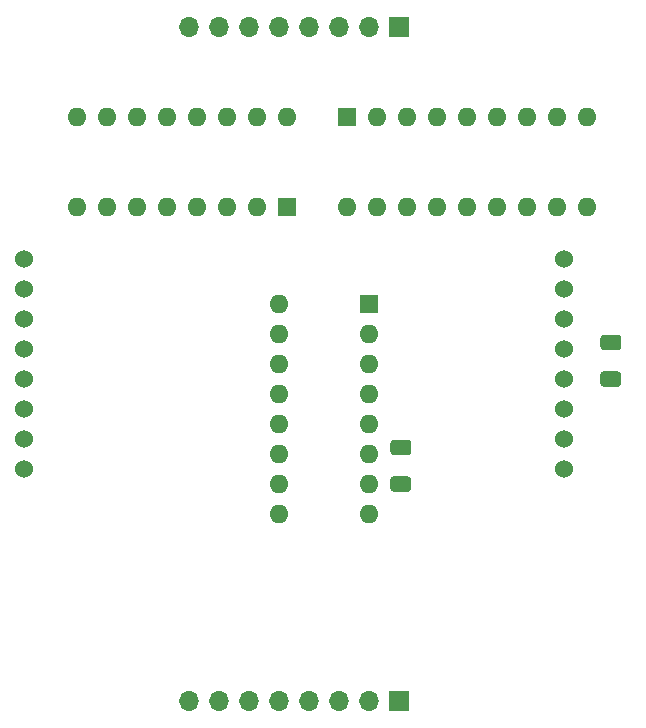
<source format=gbr>
%TF.GenerationSoftware,KiCad,Pcbnew,(5.1.8-0-10_14)*%
%TF.CreationDate,2021-01-04T21:42:45+01:00*%
%TF.ProjectId,led-matrix,6c65642d-6d61-4747-9269-782e6b696361,rev?*%
%TF.SameCoordinates,Original*%
%TF.FileFunction,Soldermask,Bot*%
%TF.FilePolarity,Negative*%
%FSLAX46Y46*%
G04 Gerber Fmt 4.6, Leading zero omitted, Abs format (unit mm)*
G04 Created by KiCad (PCBNEW (5.1.8-0-10_14)) date 2021-01-04 21:42:45*
%MOMM*%
%LPD*%
G01*
G04 APERTURE LIST*
%ADD10O,1.700000X1.700000*%
%ADD11R,1.700000X1.700000*%
%ADD12C,1.524000*%
%ADD13O,1.600000X1.600000*%
%ADD14R,1.600000X1.600000*%
G04 APERTURE END LIST*
D10*
%TO.C,J2*%
X39255000Y-24835000D03*
X41795000Y-24835000D03*
X44335000Y-24835000D03*
X46875000Y-24835000D03*
X49415000Y-24835000D03*
X51955000Y-24835000D03*
X54495000Y-24835000D03*
D11*
X57035000Y-24835000D03*
%TD*%
D12*
%TO.C,D1*%
X25285000Y-54605000D03*
X71005000Y-46985000D03*
X25285000Y-62225000D03*
X71005000Y-62225000D03*
X25285000Y-52065000D03*
X71005000Y-57145000D03*
X25285000Y-57145000D03*
X71005000Y-54605000D03*
X71005000Y-49525000D03*
X71005000Y-59685000D03*
X25285000Y-59685000D03*
X25285000Y-44445000D03*
X71005000Y-52065000D03*
X25285000Y-46985000D03*
X71005000Y-44445000D03*
X25285000Y-49525000D03*
%TD*%
D10*
%TO.C,J1*%
X39255000Y-81835000D03*
X41795000Y-81835000D03*
X44335000Y-81835000D03*
X46875000Y-81835000D03*
X49415000Y-81835000D03*
X51955000Y-81835000D03*
X54495000Y-81835000D03*
D11*
X57035000Y-81835000D03*
%TD*%
D13*
%TO.C,U2*%
X52590000Y-40000000D03*
X72910000Y-32380000D03*
X55130000Y-40000000D03*
X70370000Y-32380000D03*
X57670000Y-40000000D03*
X67830000Y-32380000D03*
X60210000Y-40000000D03*
X65290000Y-32380000D03*
X62750000Y-40000000D03*
X62750000Y-32380000D03*
X65290000Y-40000000D03*
X60210000Y-32380000D03*
X67830000Y-40000000D03*
X57670000Y-32380000D03*
X70370000Y-40000000D03*
X55130000Y-32380000D03*
X72910000Y-40000000D03*
D14*
X52590000Y-32380000D03*
%TD*%
%TO.C,R5*%
G36*
G01*
X75555000Y-52160000D02*
X74305000Y-52160000D01*
G75*
G02*
X74055000Y-51910000I0J250000D01*
G01*
X74055000Y-51110000D01*
G75*
G02*
X74305000Y-50860000I250000J0D01*
G01*
X75555000Y-50860000D01*
G75*
G02*
X75805000Y-51110000I0J-250000D01*
G01*
X75805000Y-51910000D01*
G75*
G02*
X75555000Y-52160000I-250000J0D01*
G01*
G37*
G36*
G01*
X75555000Y-55260000D02*
X74305000Y-55260000D01*
G75*
G02*
X74055000Y-55010000I0J250000D01*
G01*
X74055000Y-54210000D01*
G75*
G02*
X74305000Y-53960000I250000J0D01*
G01*
X75555000Y-53960000D01*
G75*
G02*
X75805000Y-54210000I0J-250000D01*
G01*
X75805000Y-55010000D01*
G75*
G02*
X75555000Y-55260000I-250000J0D01*
G01*
G37*
%TD*%
%TO.C,R9*%
G36*
G01*
X56525000Y-59750000D02*
X57775000Y-59750000D01*
G75*
G02*
X58025000Y-60000000I0J-250000D01*
G01*
X58025000Y-60800000D01*
G75*
G02*
X57775000Y-61050000I-250000J0D01*
G01*
X56525000Y-61050000D01*
G75*
G02*
X56275000Y-60800000I0J250000D01*
G01*
X56275000Y-60000000D01*
G75*
G02*
X56525000Y-59750000I250000J0D01*
G01*
G37*
G36*
G01*
X56525000Y-62850000D02*
X57775000Y-62850000D01*
G75*
G02*
X58025000Y-63100000I0J-250000D01*
G01*
X58025000Y-63900000D01*
G75*
G02*
X57775000Y-64150000I-250000J0D01*
G01*
X56525000Y-64150000D01*
G75*
G02*
X56275000Y-63900000I0J250000D01*
G01*
X56275000Y-63100000D01*
G75*
G02*
X56525000Y-62850000I250000J0D01*
G01*
G37*
%TD*%
D13*
%TO.C,U3*%
X46875000Y-48255000D03*
X54495000Y-66035000D03*
X46875000Y-50795000D03*
X54495000Y-63495000D03*
X46875000Y-53335000D03*
X54495000Y-60955000D03*
X46875000Y-55875000D03*
X54495000Y-58415000D03*
X46875000Y-58415000D03*
X54495000Y-55875000D03*
X46875000Y-60955000D03*
X54495000Y-53335000D03*
X46875000Y-63495000D03*
X54495000Y-50795000D03*
X46875000Y-66035000D03*
D14*
X54495000Y-48255000D03*
%TD*%
%TO.C,U1*%
X47510000Y-40000000D03*
D13*
X29730000Y-32380000D03*
X44970000Y-40000000D03*
X32270000Y-32380000D03*
X42430000Y-40000000D03*
X34810000Y-32380000D03*
X39890000Y-40000000D03*
X37350000Y-32380000D03*
X37350000Y-40000000D03*
X39890000Y-32380000D03*
X34810000Y-40000000D03*
X42430000Y-32380000D03*
X32270000Y-40000000D03*
X44970000Y-32380000D03*
X29730000Y-40000000D03*
X47510000Y-32380000D03*
%TD*%
M02*

</source>
